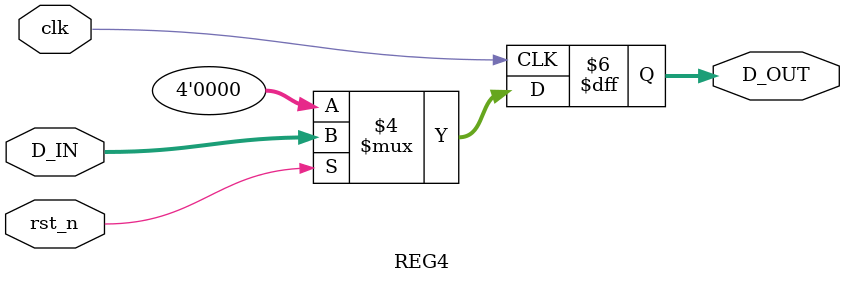
<source format=v>
module REG4(
    input clk,rst_n,
    input [3:0] D_IN,
    output reg [3:0] D_OUT
);
    always@(posedge clk)
    begin
        if(rst_n==0)
            D_OUT<=4'b0;
        else
            D_OUT<=D_IN;
    end
endmodule

</source>
